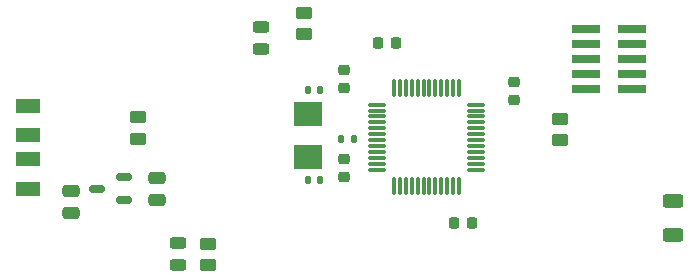
<source format=gbr>
%TF.GenerationSoftware,KiCad,Pcbnew,7.0.7-7.0.7~ubuntu22.04.1*%
%TF.CreationDate,2023-09-20T11:51:08+02:00*%
%TF.ProjectId,kicad103,6b696361-6431-4303-932e-6b696361645f,rev?*%
%TF.SameCoordinates,Original*%
%TF.FileFunction,Paste,Top*%
%TF.FilePolarity,Positive*%
%FSLAX46Y46*%
G04 Gerber Fmt 4.6, Leading zero omitted, Abs format (unit mm)*
G04 Created by KiCad (PCBNEW 7.0.7-7.0.7~ubuntu22.04.1) date 2023-09-20 11:51:08*
%MOMM*%
%LPD*%
G01*
G04 APERTURE LIST*
G04 Aperture macros list*
%AMRoundRect*
0 Rectangle with rounded corners*
0 $1 Rounding radius*
0 $2 $3 $4 $5 $6 $7 $8 $9 X,Y pos of 4 corners*
0 Add a 4 corners polygon primitive as box body*
4,1,4,$2,$3,$4,$5,$6,$7,$8,$9,$2,$3,0*
0 Add four circle primitives for the rounded corners*
1,1,$1+$1,$2,$3*
1,1,$1+$1,$4,$5*
1,1,$1+$1,$6,$7*
1,1,$1+$1,$8,$9*
0 Add four rect primitives between the rounded corners*
20,1,$1+$1,$2,$3,$4,$5,0*
20,1,$1+$1,$4,$5,$6,$7,0*
20,1,$1+$1,$6,$7,$8,$9,0*
20,1,$1+$1,$8,$9,$2,$3,0*%
G04 Aperture macros list end*
%ADD10RoundRect,0.225000X-0.225000X-0.250000X0.225000X-0.250000X0.225000X0.250000X-0.225000X0.250000X0*%
%ADD11RoundRect,0.243750X-0.456250X0.243750X-0.456250X-0.243750X0.456250X-0.243750X0.456250X0.243750X0*%
%ADD12RoundRect,0.250000X0.450000X-0.262500X0.450000X0.262500X-0.450000X0.262500X-0.450000X-0.262500X0*%
%ADD13RoundRect,0.225000X0.225000X0.250000X-0.225000X0.250000X-0.225000X-0.250000X0.225000X-0.250000X0*%
%ADD14RoundRect,0.250000X-0.475000X0.250000X-0.475000X-0.250000X0.475000X-0.250000X0.475000X0.250000X0*%
%ADD15RoundRect,0.225000X-0.250000X0.225000X-0.250000X-0.225000X0.250000X-0.225000X0.250000X0.225000X0*%
%ADD16R,2.400000X0.740000*%
%ADD17RoundRect,0.140000X0.140000X0.170000X-0.140000X0.170000X-0.140000X-0.170000X0.140000X-0.170000X0*%
%ADD18RoundRect,0.075000X-0.662500X-0.075000X0.662500X-0.075000X0.662500X0.075000X-0.662500X0.075000X0*%
%ADD19RoundRect,0.075000X-0.075000X-0.662500X0.075000X-0.662500X0.075000X0.662500X-0.075000X0.662500X0*%
%ADD20R,2.400000X2.000000*%
%ADD21RoundRect,0.250000X-0.450000X0.262500X-0.450000X-0.262500X0.450000X-0.262500X0.450000X0.262500X0*%
%ADD22RoundRect,0.243750X0.456250X-0.243750X0.456250X0.243750X-0.456250X0.243750X-0.456250X-0.243750X0*%
%ADD23RoundRect,0.150000X0.512500X0.150000X-0.512500X0.150000X-0.512500X-0.150000X0.512500X-0.150000X0*%
%ADD24RoundRect,0.225000X0.250000X-0.225000X0.250000X0.225000X-0.250000X0.225000X-0.250000X-0.225000X0*%
%ADD25RoundRect,0.135000X-0.135000X-0.185000X0.135000X-0.185000X0.135000X0.185000X-0.135000X0.185000X0*%
%ADD26RoundRect,0.250000X-0.625000X0.312500X-0.625000X-0.312500X0.625000X-0.312500X0.625000X0.312500X0*%
%ADD27R,2.000000X1.200000*%
G04 APERTURE END LIST*
D10*
%TO.C,C6*%
X80850000Y-60200000D03*
X82400000Y-60200000D03*
%TD*%
D11*
%TO.C,D3*%
X71000000Y-58800000D03*
X71000000Y-60675000D03*
%TD*%
D12*
%TO.C,R1*%
X66500000Y-79000000D03*
X66500000Y-77175000D03*
%TD*%
D13*
%TO.C,C5*%
X88850000Y-75450000D03*
X87300000Y-75450000D03*
%TD*%
D14*
%TO.C,C2*%
X62200000Y-71600000D03*
X62200000Y-73500000D03*
%TD*%
D15*
%TO.C,C3*%
X92400000Y-63450000D03*
X92400000Y-65000000D03*
%TD*%
D16*
%TO.C,J3*%
X98500000Y-59020000D03*
X102400000Y-59020000D03*
X98500000Y-60290000D03*
X102400000Y-60290000D03*
X98500000Y-61560000D03*
X102400000Y-61560000D03*
X98500000Y-62830000D03*
X102400000Y-62830000D03*
X98500000Y-64100000D03*
X102400000Y-64100000D03*
%TD*%
D14*
%TO.C,C1*%
X54900000Y-72700000D03*
X54900000Y-74600000D03*
%TD*%
D15*
%TO.C,C4*%
X78000000Y-70000000D03*
X78000000Y-71550000D03*
%TD*%
D17*
%TO.C,C9*%
X75960000Y-71800000D03*
X75000000Y-71800000D03*
%TD*%
D18*
%TO.C,U1*%
X80837500Y-65400000D03*
X80837500Y-65900000D03*
X80837500Y-66400000D03*
X80837500Y-66900000D03*
X80837500Y-67400000D03*
X80837500Y-67900000D03*
X80837500Y-68400000D03*
X80837500Y-68900000D03*
X80837500Y-69400000D03*
X80837500Y-69900000D03*
X80837500Y-70400000D03*
X80837500Y-70900000D03*
D19*
X82250000Y-72312500D03*
X82750000Y-72312500D03*
X83250000Y-72312500D03*
X83750000Y-72312500D03*
X84250000Y-72312500D03*
X84750000Y-72312500D03*
X85250000Y-72312500D03*
X85750000Y-72312500D03*
X86250000Y-72312500D03*
X86750000Y-72312500D03*
X87250000Y-72312500D03*
X87750000Y-72312500D03*
D18*
X89162500Y-70900000D03*
X89162500Y-70400000D03*
X89162500Y-69900000D03*
X89162500Y-69400000D03*
X89162500Y-68900000D03*
X89162500Y-68400000D03*
X89162500Y-67900000D03*
X89162500Y-67400000D03*
X89162500Y-66900000D03*
X89162500Y-66400000D03*
X89162500Y-65900000D03*
X89162500Y-65400000D03*
D19*
X87750000Y-63987500D03*
X87250000Y-63987500D03*
X86750000Y-63987500D03*
X86250000Y-63987500D03*
X85750000Y-63987500D03*
X85250000Y-63987500D03*
X84750000Y-63987500D03*
X84250000Y-63987500D03*
X83750000Y-63987500D03*
X83250000Y-63987500D03*
X82750000Y-63987500D03*
X82250000Y-63987500D03*
%TD*%
D20*
%TO.C,Y1*%
X75000000Y-69850000D03*
X75000000Y-66150000D03*
%TD*%
D21*
%TO.C,R4*%
X60600000Y-66475000D03*
X60600000Y-68300000D03*
%TD*%
D22*
%TO.C,D2*%
X64000000Y-79000000D03*
X64000000Y-77125000D03*
%TD*%
D12*
%TO.C,R5*%
X96300000Y-68425000D03*
X96300000Y-66600000D03*
%TD*%
D17*
%TO.C,C8*%
X75960000Y-64150000D03*
X75000000Y-64150000D03*
%TD*%
D23*
%TO.C,U2*%
X59375000Y-73450000D03*
X59375000Y-71550000D03*
X57100000Y-72500000D03*
%TD*%
D24*
%TO.C,C7*%
X78000000Y-64000000D03*
X78000000Y-62450000D03*
%TD*%
D25*
%TO.C,R3*%
X77800000Y-68300000D03*
X78820000Y-68300000D03*
%TD*%
D21*
%TO.C,R2*%
X74600000Y-57600000D03*
X74600000Y-59425000D03*
%TD*%
D26*
%TO.C,R6*%
X105900000Y-73537500D03*
X105900000Y-76462500D03*
%TD*%
D27*
%TO.C,J1*%
X51300000Y-72500000D03*
X51300000Y-70000000D03*
X51300000Y-68000000D03*
X51300000Y-65500000D03*
%TD*%
M02*

</source>
